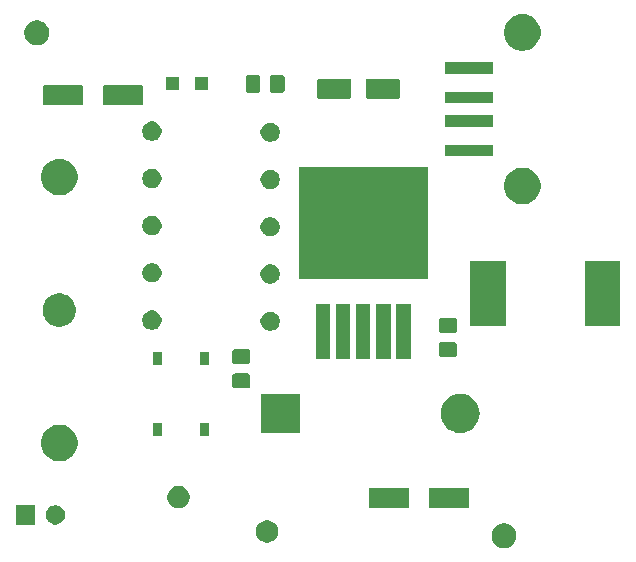
<source format=gbr>
G04 #@! TF.GenerationSoftware,KiCad,Pcbnew,(5.1.2-1)-1*
G04 #@! TF.CreationDate,2019-07-25T11:00:41+03:00*
G04 #@! TF.ProjectId,220_to_5v_charger,3232305f-746f-45f3-9576-5f6368617267,rev?*
G04 #@! TF.SameCoordinates,Original*
G04 #@! TF.FileFunction,Soldermask,Top*
G04 #@! TF.FilePolarity,Negative*
%FSLAX46Y46*%
G04 Gerber Fmt 4.6, Leading zero omitted, Abs format (unit mm)*
G04 Created by KiCad (PCBNEW (5.1.2-1)-1) date 2019-07-25 11:00:41*
%MOMM*%
%LPD*%
G04 APERTURE LIST*
%ADD10C,0.100000*%
G04 APERTURE END LIST*
D10*
G36*
X119556564Y-114239389D02*
G01*
X119734277Y-114313000D01*
X119747835Y-114318616D01*
X119919973Y-114433635D01*
X120066365Y-114580027D01*
X120181385Y-114752167D01*
X120260611Y-114943436D01*
X120301000Y-115146484D01*
X120301000Y-115353516D01*
X120260611Y-115556564D01*
X120226593Y-115638690D01*
X120181384Y-115747835D01*
X120066365Y-115919973D01*
X119919973Y-116066365D01*
X119747835Y-116181384D01*
X119747834Y-116181385D01*
X119747833Y-116181385D01*
X119556564Y-116260611D01*
X119353516Y-116301000D01*
X119146484Y-116301000D01*
X118943436Y-116260611D01*
X118752167Y-116181385D01*
X118752166Y-116181385D01*
X118752165Y-116181384D01*
X118580027Y-116066365D01*
X118433635Y-115919973D01*
X118318616Y-115747835D01*
X118273407Y-115638690D01*
X118239389Y-115556564D01*
X118199000Y-115353516D01*
X118199000Y-115146484D01*
X118239389Y-114943436D01*
X118318615Y-114752167D01*
X118433635Y-114580027D01*
X118580027Y-114433635D01*
X118752165Y-114318616D01*
X118765723Y-114313000D01*
X118943436Y-114239389D01*
X119146484Y-114199000D01*
X119353516Y-114199000D01*
X119556564Y-114239389D01*
X119556564Y-114239389D01*
G37*
G36*
X99477395Y-113985546D02*
G01*
X99650466Y-114057234D01*
X99650467Y-114057235D01*
X99806227Y-114161310D01*
X99938690Y-114293773D01*
X99938691Y-114293775D01*
X100042766Y-114449534D01*
X100114454Y-114622605D01*
X100151000Y-114806333D01*
X100151000Y-114993667D01*
X100114454Y-115177395D01*
X100042766Y-115350466D01*
X100042765Y-115350467D01*
X99938690Y-115506227D01*
X99806227Y-115638690D01*
X99727818Y-115691081D01*
X99650466Y-115742766D01*
X99477395Y-115814454D01*
X99293667Y-115851000D01*
X99106333Y-115851000D01*
X98922605Y-115814454D01*
X98749534Y-115742766D01*
X98672182Y-115691081D01*
X98593773Y-115638690D01*
X98461310Y-115506227D01*
X98357235Y-115350467D01*
X98357234Y-115350466D01*
X98285546Y-115177395D01*
X98249000Y-114993667D01*
X98249000Y-114806333D01*
X98285546Y-114622605D01*
X98357234Y-114449534D01*
X98461309Y-114293775D01*
X98461310Y-114293773D01*
X98593773Y-114161310D01*
X98749533Y-114057235D01*
X98749534Y-114057234D01*
X98922605Y-113985546D01*
X99106333Y-113949000D01*
X99293667Y-113949000D01*
X99477395Y-113985546D01*
X99477395Y-113985546D01*
G37*
G36*
X81507142Y-112718242D02*
G01*
X81655101Y-112779529D01*
X81788255Y-112868499D01*
X81901501Y-112981745D01*
X81990471Y-113114899D01*
X82051758Y-113262858D01*
X82083000Y-113419925D01*
X82083000Y-113580075D01*
X82051758Y-113737142D01*
X81990471Y-113885101D01*
X81901501Y-114018255D01*
X81788255Y-114131501D01*
X81655101Y-114220471D01*
X81507142Y-114281758D01*
X81350075Y-114313000D01*
X81189925Y-114313000D01*
X81032858Y-114281758D01*
X80884899Y-114220471D01*
X80751745Y-114131501D01*
X80638499Y-114018255D01*
X80549529Y-113885101D01*
X80488242Y-113737142D01*
X80457000Y-113580075D01*
X80457000Y-113419925D01*
X80488242Y-113262858D01*
X80549529Y-113114899D01*
X80638499Y-112981745D01*
X80751745Y-112868499D01*
X80884899Y-112779529D01*
X81032858Y-112718242D01*
X81189925Y-112687000D01*
X81350075Y-112687000D01*
X81507142Y-112718242D01*
X81507142Y-112718242D01*
G37*
G36*
X79543000Y-114313000D02*
G01*
X77917000Y-114313000D01*
X77917000Y-112687000D01*
X79543000Y-112687000D01*
X79543000Y-114313000D01*
X79543000Y-114313000D01*
G37*
G36*
X91977395Y-111085546D02*
G01*
X92150466Y-111157234D01*
X92150467Y-111157235D01*
X92306227Y-111261310D01*
X92438690Y-111393773D01*
X92438691Y-111393775D01*
X92542766Y-111549534D01*
X92614454Y-111722605D01*
X92651000Y-111906333D01*
X92651000Y-112093667D01*
X92614454Y-112277395D01*
X92542766Y-112450466D01*
X92542765Y-112450467D01*
X92438690Y-112606227D01*
X92306227Y-112738690D01*
X92280325Y-112755997D01*
X92150466Y-112842766D01*
X91977395Y-112914454D01*
X91793667Y-112951000D01*
X91606333Y-112951000D01*
X91422605Y-112914454D01*
X91249534Y-112842766D01*
X91119675Y-112755997D01*
X91093773Y-112738690D01*
X90961310Y-112606227D01*
X90857235Y-112450467D01*
X90857234Y-112450466D01*
X90785546Y-112277395D01*
X90749000Y-112093667D01*
X90749000Y-111906333D01*
X90785546Y-111722605D01*
X90857234Y-111549534D01*
X90961309Y-111393775D01*
X90961310Y-111393773D01*
X91093773Y-111261310D01*
X91249533Y-111157235D01*
X91249534Y-111157234D01*
X91422605Y-111085546D01*
X91606333Y-111049000D01*
X91793667Y-111049000D01*
X91977395Y-111085546D01*
X91977395Y-111085546D01*
G37*
G36*
X116168497Y-111203051D02*
G01*
X116202152Y-111213261D01*
X116233165Y-111229838D01*
X116260351Y-111252149D01*
X116282662Y-111279335D01*
X116299239Y-111310348D01*
X116309449Y-111344003D01*
X116313500Y-111385138D01*
X116313500Y-112714862D01*
X116309449Y-112755997D01*
X116299239Y-112789652D01*
X116282662Y-112820665D01*
X116260351Y-112847851D01*
X116233165Y-112870162D01*
X116202152Y-112886739D01*
X116168497Y-112896949D01*
X116127362Y-112901000D01*
X113072638Y-112901000D01*
X113031503Y-112896949D01*
X112997848Y-112886739D01*
X112966835Y-112870162D01*
X112939649Y-112847851D01*
X112917338Y-112820665D01*
X112900761Y-112789652D01*
X112890551Y-112755997D01*
X112886500Y-112714862D01*
X112886500Y-111385138D01*
X112890551Y-111344003D01*
X112900761Y-111310348D01*
X112917338Y-111279335D01*
X112939649Y-111252149D01*
X112966835Y-111229838D01*
X112997848Y-111213261D01*
X113031503Y-111203051D01*
X113072638Y-111199000D01*
X116127362Y-111199000D01*
X116168497Y-111203051D01*
X116168497Y-111203051D01*
G37*
G36*
X111093497Y-111203051D02*
G01*
X111127152Y-111213261D01*
X111158165Y-111229838D01*
X111185351Y-111252149D01*
X111207662Y-111279335D01*
X111224239Y-111310348D01*
X111234449Y-111344003D01*
X111238500Y-111385138D01*
X111238500Y-112714862D01*
X111234449Y-112755997D01*
X111224239Y-112789652D01*
X111207662Y-112820665D01*
X111185351Y-112847851D01*
X111158165Y-112870162D01*
X111127152Y-112886739D01*
X111093497Y-112896949D01*
X111052362Y-112901000D01*
X107997638Y-112901000D01*
X107956503Y-112896949D01*
X107922848Y-112886739D01*
X107891835Y-112870162D01*
X107864649Y-112847851D01*
X107842338Y-112820665D01*
X107825761Y-112789652D01*
X107815551Y-112755997D01*
X107811500Y-112714862D01*
X107811500Y-111385138D01*
X107815551Y-111344003D01*
X107825761Y-111310348D01*
X107842338Y-111279335D01*
X107864649Y-111252149D01*
X107891835Y-111229838D01*
X107922848Y-111213261D01*
X107956503Y-111203051D01*
X107997638Y-111199000D01*
X111052362Y-111199000D01*
X111093497Y-111203051D01*
X111093497Y-111203051D01*
G37*
G36*
X81902585Y-105878802D02*
G01*
X82052410Y-105908604D01*
X82334674Y-106025521D01*
X82588705Y-106195259D01*
X82804741Y-106411295D01*
X82974479Y-106665326D01*
X83091396Y-106947590D01*
X83151000Y-107247240D01*
X83151000Y-107552760D01*
X83091396Y-107852410D01*
X82974479Y-108134674D01*
X82804741Y-108388705D01*
X82588705Y-108604741D01*
X82334674Y-108774479D01*
X82052410Y-108891396D01*
X81902585Y-108921198D01*
X81752761Y-108951000D01*
X81447239Y-108951000D01*
X81297415Y-108921198D01*
X81147590Y-108891396D01*
X80865326Y-108774479D01*
X80611295Y-108604741D01*
X80395259Y-108388705D01*
X80225521Y-108134674D01*
X80108604Y-107852410D01*
X80049000Y-107552760D01*
X80049000Y-107247240D01*
X80108604Y-106947590D01*
X80225521Y-106665326D01*
X80395259Y-106411295D01*
X80611295Y-106195259D01*
X80865326Y-106025521D01*
X81147590Y-105908604D01*
X81297415Y-105878802D01*
X81447239Y-105849000D01*
X81752761Y-105849000D01*
X81902585Y-105878802D01*
X81902585Y-105878802D01*
G37*
G36*
X94301000Y-106776000D02*
G01*
X93499000Y-106776000D01*
X93499000Y-105674000D01*
X94301000Y-105674000D01*
X94301000Y-106776000D01*
X94301000Y-106776000D01*
G37*
G36*
X90301000Y-106776000D02*
G01*
X89499000Y-106776000D01*
X89499000Y-105674000D01*
X90301000Y-105674000D01*
X90301000Y-106776000D01*
X90301000Y-106776000D01*
G37*
G36*
X101951000Y-106551000D02*
G01*
X98649000Y-106551000D01*
X98649000Y-103249000D01*
X101951000Y-103249000D01*
X101951000Y-106551000D01*
X101951000Y-106551000D01*
G37*
G36*
X115863651Y-103272888D02*
G01*
X116174870Y-103367296D01*
X116461680Y-103520599D01*
X116461683Y-103520601D01*
X116461684Y-103520602D01*
X116713082Y-103726918D01*
X116919398Y-103978316D01*
X116919401Y-103978320D01*
X117072704Y-104265130D01*
X117167112Y-104576349D01*
X117198988Y-104900000D01*
X117167112Y-105223651D01*
X117072704Y-105534870D01*
X116919401Y-105821680D01*
X116919399Y-105821683D01*
X116919398Y-105821684D01*
X116713082Y-106073082D01*
X116461684Y-106279398D01*
X116461680Y-106279401D01*
X116174870Y-106432704D01*
X115863651Y-106527112D01*
X115621107Y-106551000D01*
X115458893Y-106551000D01*
X115216349Y-106527112D01*
X114905130Y-106432704D01*
X114618320Y-106279401D01*
X114618316Y-106279398D01*
X114366918Y-106073082D01*
X114160602Y-105821684D01*
X114160601Y-105821683D01*
X114160599Y-105821680D01*
X114007296Y-105534870D01*
X113912888Y-105223651D01*
X113881012Y-104900000D01*
X113912888Y-104576349D01*
X114007296Y-104265130D01*
X114160599Y-103978320D01*
X114160602Y-103978316D01*
X114366918Y-103726918D01*
X114618316Y-103520602D01*
X114618317Y-103520601D01*
X114618320Y-103520599D01*
X114905130Y-103367296D01*
X115216349Y-103272888D01*
X115458893Y-103249000D01*
X115621107Y-103249000D01*
X115863651Y-103272888D01*
X115863651Y-103272888D01*
G37*
G36*
X97588674Y-101528465D02*
G01*
X97626367Y-101539899D01*
X97661103Y-101558466D01*
X97691548Y-101583452D01*
X97716534Y-101613897D01*
X97735101Y-101648633D01*
X97746535Y-101686326D01*
X97751000Y-101731661D01*
X97751000Y-102568339D01*
X97746535Y-102613674D01*
X97735101Y-102651367D01*
X97716534Y-102686103D01*
X97691548Y-102716548D01*
X97661103Y-102741534D01*
X97626367Y-102760101D01*
X97588674Y-102771535D01*
X97543339Y-102776000D01*
X96456661Y-102776000D01*
X96411326Y-102771535D01*
X96373633Y-102760101D01*
X96338897Y-102741534D01*
X96308452Y-102716548D01*
X96283466Y-102686103D01*
X96264899Y-102651367D01*
X96253465Y-102613674D01*
X96249000Y-102568339D01*
X96249000Y-101731661D01*
X96253465Y-101686326D01*
X96264899Y-101648633D01*
X96283466Y-101613897D01*
X96308452Y-101583452D01*
X96338897Y-101558466D01*
X96373633Y-101539899D01*
X96411326Y-101528465D01*
X96456661Y-101524000D01*
X97543339Y-101524000D01*
X97588674Y-101528465D01*
X97588674Y-101528465D01*
G37*
G36*
X94301000Y-100826000D02*
G01*
X93499000Y-100826000D01*
X93499000Y-99724000D01*
X94301000Y-99724000D01*
X94301000Y-100826000D01*
X94301000Y-100826000D01*
G37*
G36*
X90301000Y-100826000D02*
G01*
X89499000Y-100826000D01*
X89499000Y-99724000D01*
X90301000Y-99724000D01*
X90301000Y-100826000D01*
X90301000Y-100826000D01*
G37*
G36*
X97588674Y-99478465D02*
G01*
X97626367Y-99489899D01*
X97661103Y-99508466D01*
X97691548Y-99533452D01*
X97716534Y-99563897D01*
X97735101Y-99598633D01*
X97746535Y-99636326D01*
X97751000Y-99681661D01*
X97751000Y-100518339D01*
X97746535Y-100563674D01*
X97735101Y-100601367D01*
X97716534Y-100636103D01*
X97691548Y-100666548D01*
X97661103Y-100691534D01*
X97626367Y-100710101D01*
X97588674Y-100721535D01*
X97543339Y-100726000D01*
X96456661Y-100726000D01*
X96411326Y-100721535D01*
X96373633Y-100710101D01*
X96338897Y-100691534D01*
X96308452Y-100666548D01*
X96283466Y-100636103D01*
X96264899Y-100601367D01*
X96253465Y-100563674D01*
X96249000Y-100518339D01*
X96249000Y-99681661D01*
X96253465Y-99636326D01*
X96264899Y-99598633D01*
X96283466Y-99563897D01*
X96308452Y-99533452D01*
X96338897Y-99508466D01*
X96373633Y-99489899D01*
X96411326Y-99478465D01*
X96456661Y-99474000D01*
X97543339Y-99474000D01*
X97588674Y-99478465D01*
X97588674Y-99478465D01*
G37*
G36*
X111351000Y-100301000D02*
G01*
X110149000Y-100301000D01*
X110149000Y-95599000D01*
X111351000Y-95599000D01*
X111351000Y-100301000D01*
X111351000Y-100301000D01*
G37*
G36*
X109651000Y-100301000D02*
G01*
X108449000Y-100301000D01*
X108449000Y-95599000D01*
X109651000Y-95599000D01*
X109651000Y-100301000D01*
X109651000Y-100301000D01*
G37*
G36*
X107951000Y-100301000D02*
G01*
X106749000Y-100301000D01*
X106749000Y-95599000D01*
X107951000Y-95599000D01*
X107951000Y-100301000D01*
X107951000Y-100301000D01*
G37*
G36*
X106251000Y-100301000D02*
G01*
X105049000Y-100301000D01*
X105049000Y-95599000D01*
X106251000Y-95599000D01*
X106251000Y-100301000D01*
X106251000Y-100301000D01*
G37*
G36*
X104551000Y-100301000D02*
G01*
X103349000Y-100301000D01*
X103349000Y-95599000D01*
X104551000Y-95599000D01*
X104551000Y-100301000D01*
X104551000Y-100301000D01*
G37*
G36*
X115088674Y-98878465D02*
G01*
X115126367Y-98889899D01*
X115161103Y-98908466D01*
X115191548Y-98933452D01*
X115216534Y-98963897D01*
X115235101Y-98998633D01*
X115246535Y-99036326D01*
X115251000Y-99081661D01*
X115251000Y-99918339D01*
X115246535Y-99963674D01*
X115235101Y-100001367D01*
X115216534Y-100036103D01*
X115191548Y-100066548D01*
X115161103Y-100091534D01*
X115126367Y-100110101D01*
X115088674Y-100121535D01*
X115043339Y-100126000D01*
X113956661Y-100126000D01*
X113911326Y-100121535D01*
X113873633Y-100110101D01*
X113838897Y-100091534D01*
X113808452Y-100066548D01*
X113783466Y-100036103D01*
X113764899Y-100001367D01*
X113753465Y-99963674D01*
X113749000Y-99918339D01*
X113749000Y-99081661D01*
X113753465Y-99036326D01*
X113764899Y-98998633D01*
X113783466Y-98963897D01*
X113808452Y-98933452D01*
X113838897Y-98908466D01*
X113873633Y-98889899D01*
X113911326Y-98878465D01*
X113956661Y-98874000D01*
X115043339Y-98874000D01*
X115088674Y-98878465D01*
X115088674Y-98878465D01*
G37*
G36*
X115088674Y-96828465D02*
G01*
X115126367Y-96839899D01*
X115161103Y-96858466D01*
X115191548Y-96883452D01*
X115216534Y-96913897D01*
X115235101Y-96948633D01*
X115246535Y-96986326D01*
X115251000Y-97031661D01*
X115251000Y-97868339D01*
X115246535Y-97913674D01*
X115235101Y-97951367D01*
X115216534Y-97986103D01*
X115191548Y-98016548D01*
X115161103Y-98041534D01*
X115126367Y-98060101D01*
X115088674Y-98071535D01*
X115043339Y-98076000D01*
X113956661Y-98076000D01*
X113911326Y-98071535D01*
X113873633Y-98060101D01*
X113838897Y-98041534D01*
X113808452Y-98016548D01*
X113783466Y-97986103D01*
X113764899Y-97951367D01*
X113753465Y-97913674D01*
X113749000Y-97868339D01*
X113749000Y-97031661D01*
X113753465Y-96986326D01*
X113764899Y-96948633D01*
X113783466Y-96913897D01*
X113808452Y-96883452D01*
X113838897Y-96858466D01*
X113873633Y-96839899D01*
X113911326Y-96828465D01*
X113956661Y-96824000D01*
X115043339Y-96824000D01*
X115088674Y-96828465D01*
X115088674Y-96828465D01*
G37*
G36*
X99687142Y-96318242D02*
G01*
X99835101Y-96379529D01*
X99968255Y-96468499D01*
X100081501Y-96581745D01*
X100170471Y-96714899D01*
X100231758Y-96862858D01*
X100263000Y-97019925D01*
X100263000Y-97180075D01*
X100231758Y-97337142D01*
X100170471Y-97485101D01*
X100081501Y-97618255D01*
X99968255Y-97731501D01*
X99835101Y-97820471D01*
X99687142Y-97881758D01*
X99530075Y-97913000D01*
X99369925Y-97913000D01*
X99212858Y-97881758D01*
X99064899Y-97820471D01*
X98931745Y-97731501D01*
X98818499Y-97618255D01*
X98729529Y-97485101D01*
X98668242Y-97337142D01*
X98637000Y-97180075D01*
X98637000Y-97019925D01*
X98668242Y-96862858D01*
X98729529Y-96714899D01*
X98818499Y-96581745D01*
X98931745Y-96468499D01*
X99064899Y-96379529D01*
X99212858Y-96318242D01*
X99369925Y-96287000D01*
X99530075Y-96287000D01*
X99687142Y-96318242D01*
X99687142Y-96318242D01*
G37*
G36*
X89687142Y-96218242D02*
G01*
X89835101Y-96279529D01*
X89968255Y-96368499D01*
X90081501Y-96481745D01*
X90170471Y-96614899D01*
X90231758Y-96762858D01*
X90263000Y-96919925D01*
X90263000Y-97080075D01*
X90231758Y-97237142D01*
X90170471Y-97385101D01*
X90081501Y-97518255D01*
X89968255Y-97631501D01*
X89835101Y-97720471D01*
X89687142Y-97781758D01*
X89530075Y-97813000D01*
X89369925Y-97813000D01*
X89212858Y-97781758D01*
X89064899Y-97720471D01*
X88931745Y-97631501D01*
X88818499Y-97518255D01*
X88729529Y-97385101D01*
X88668242Y-97237142D01*
X88637000Y-97080075D01*
X88637000Y-96919925D01*
X88668242Y-96762858D01*
X88729529Y-96614899D01*
X88818499Y-96481745D01*
X88931745Y-96368499D01*
X89064899Y-96279529D01*
X89212858Y-96218242D01*
X89369925Y-96187000D01*
X89530075Y-96187000D01*
X89687142Y-96218242D01*
X89687142Y-96218242D01*
G37*
G36*
X81918433Y-94784893D02*
G01*
X82008657Y-94802839D01*
X82114267Y-94846585D01*
X82263621Y-94908449D01*
X82263622Y-94908450D01*
X82493086Y-95061772D01*
X82688228Y-95256914D01*
X82790675Y-95410237D01*
X82841551Y-95486379D01*
X82888200Y-95599000D01*
X82947161Y-95741343D01*
X83001000Y-96012014D01*
X83001000Y-96287986D01*
X82947161Y-96558657D01*
X82923864Y-96614900D01*
X82841551Y-96813621D01*
X82808652Y-96862858D01*
X82688228Y-97043086D01*
X82493086Y-97238228D01*
X82345050Y-97337142D01*
X82263621Y-97391551D01*
X82114267Y-97453415D01*
X82008657Y-97497161D01*
X81918433Y-97515107D01*
X81737988Y-97551000D01*
X81462012Y-97551000D01*
X81281567Y-97515107D01*
X81191343Y-97497161D01*
X81085733Y-97453415D01*
X80936379Y-97391551D01*
X80854950Y-97337142D01*
X80706914Y-97238228D01*
X80511772Y-97043086D01*
X80391348Y-96862858D01*
X80358449Y-96813621D01*
X80276136Y-96614900D01*
X80252839Y-96558657D01*
X80199000Y-96287986D01*
X80199000Y-96012014D01*
X80252839Y-95741343D01*
X80311800Y-95599000D01*
X80358449Y-95486379D01*
X80409325Y-95410237D01*
X80511772Y-95256914D01*
X80706914Y-95061772D01*
X80936378Y-94908450D01*
X80936379Y-94908449D01*
X81085733Y-94846585D01*
X81191343Y-94802839D01*
X81281567Y-94784893D01*
X81462012Y-94749000D01*
X81737988Y-94749000D01*
X81918433Y-94784893D01*
X81918433Y-94784893D01*
G37*
G36*
X129101000Y-97501000D02*
G01*
X126099000Y-97501000D01*
X126099000Y-91999000D01*
X129101000Y-91999000D01*
X129101000Y-97501000D01*
X129101000Y-97501000D01*
G37*
G36*
X119401000Y-97501000D02*
G01*
X116399000Y-97501000D01*
X116399000Y-91999000D01*
X119401000Y-91999000D01*
X119401000Y-97501000D01*
X119401000Y-97501000D01*
G37*
G36*
X99687142Y-92318242D02*
G01*
X99835101Y-92379529D01*
X99968255Y-92468499D01*
X100081501Y-92581745D01*
X100170471Y-92714899D01*
X100231758Y-92862858D01*
X100263000Y-93019925D01*
X100263000Y-93180075D01*
X100231758Y-93337142D01*
X100170471Y-93485101D01*
X100081501Y-93618255D01*
X99968255Y-93731501D01*
X99835101Y-93820471D01*
X99687142Y-93881758D01*
X99530075Y-93913000D01*
X99369925Y-93913000D01*
X99212858Y-93881758D01*
X99064899Y-93820471D01*
X98931745Y-93731501D01*
X98818499Y-93618255D01*
X98729529Y-93485101D01*
X98668242Y-93337142D01*
X98637000Y-93180075D01*
X98637000Y-93019925D01*
X98668242Y-92862858D01*
X98729529Y-92714899D01*
X98818499Y-92581745D01*
X98931745Y-92468499D01*
X99064899Y-92379529D01*
X99212858Y-92318242D01*
X99369925Y-92287000D01*
X99530075Y-92287000D01*
X99687142Y-92318242D01*
X99687142Y-92318242D01*
G37*
G36*
X89687142Y-92218242D02*
G01*
X89835101Y-92279529D01*
X89968255Y-92368499D01*
X90081501Y-92481745D01*
X90170471Y-92614899D01*
X90231758Y-92762858D01*
X90263000Y-92919925D01*
X90263000Y-93080075D01*
X90231758Y-93237142D01*
X90170471Y-93385101D01*
X90081501Y-93518255D01*
X89968255Y-93631501D01*
X89835101Y-93720471D01*
X89687142Y-93781758D01*
X89530075Y-93813000D01*
X89369925Y-93813000D01*
X89212858Y-93781758D01*
X89064899Y-93720471D01*
X88931745Y-93631501D01*
X88818499Y-93518255D01*
X88729529Y-93385101D01*
X88668242Y-93237142D01*
X88637000Y-93080075D01*
X88637000Y-92919925D01*
X88668242Y-92762858D01*
X88729529Y-92614899D01*
X88818499Y-92481745D01*
X88931745Y-92368499D01*
X89064899Y-92279529D01*
X89212858Y-92218242D01*
X89369925Y-92187000D01*
X89530075Y-92187000D01*
X89687142Y-92218242D01*
X89687142Y-92218242D01*
G37*
G36*
X112801000Y-93551000D02*
G01*
X101899000Y-93551000D01*
X101899000Y-84049000D01*
X112801000Y-84049000D01*
X112801000Y-93551000D01*
X112801000Y-93551000D01*
G37*
G36*
X99687142Y-88318242D02*
G01*
X99835101Y-88379529D01*
X99968255Y-88468499D01*
X100081501Y-88581745D01*
X100170471Y-88714899D01*
X100231758Y-88862858D01*
X100263000Y-89019925D01*
X100263000Y-89180075D01*
X100231758Y-89337142D01*
X100170471Y-89485101D01*
X100081501Y-89618255D01*
X99968255Y-89731501D01*
X99835101Y-89820471D01*
X99687142Y-89881758D01*
X99530075Y-89913000D01*
X99369925Y-89913000D01*
X99212858Y-89881758D01*
X99064899Y-89820471D01*
X98931745Y-89731501D01*
X98818499Y-89618255D01*
X98729529Y-89485101D01*
X98668242Y-89337142D01*
X98637000Y-89180075D01*
X98637000Y-89019925D01*
X98668242Y-88862858D01*
X98729529Y-88714899D01*
X98818499Y-88581745D01*
X98931745Y-88468499D01*
X99064899Y-88379529D01*
X99212858Y-88318242D01*
X99369925Y-88287000D01*
X99530075Y-88287000D01*
X99687142Y-88318242D01*
X99687142Y-88318242D01*
G37*
G36*
X89687142Y-88218242D02*
G01*
X89835101Y-88279529D01*
X89968255Y-88368499D01*
X90081501Y-88481745D01*
X90170471Y-88614899D01*
X90231758Y-88762858D01*
X90263000Y-88919925D01*
X90263000Y-89080075D01*
X90231758Y-89237142D01*
X90170471Y-89385101D01*
X90081501Y-89518255D01*
X89968255Y-89631501D01*
X89835101Y-89720471D01*
X89687142Y-89781758D01*
X89530075Y-89813000D01*
X89369925Y-89813000D01*
X89212858Y-89781758D01*
X89064899Y-89720471D01*
X88931745Y-89631501D01*
X88818499Y-89518255D01*
X88729529Y-89385101D01*
X88668242Y-89237142D01*
X88637000Y-89080075D01*
X88637000Y-88919925D01*
X88668242Y-88762858D01*
X88729529Y-88614899D01*
X88818499Y-88481745D01*
X88931745Y-88368499D01*
X89064899Y-88279529D01*
X89212858Y-88218242D01*
X89369925Y-88187000D01*
X89530075Y-88187000D01*
X89687142Y-88218242D01*
X89687142Y-88218242D01*
G37*
G36*
X121102585Y-84128802D02*
G01*
X121252410Y-84158604D01*
X121534674Y-84275521D01*
X121788705Y-84445259D01*
X122004741Y-84661295D01*
X122174479Y-84915326D01*
X122291396Y-85197590D01*
X122319155Y-85337142D01*
X122348586Y-85485101D01*
X122351000Y-85497240D01*
X122351000Y-85802760D01*
X122291396Y-86102410D01*
X122174479Y-86384674D01*
X122004741Y-86638705D01*
X121788705Y-86854741D01*
X121534674Y-87024479D01*
X121252410Y-87141396D01*
X121102585Y-87171198D01*
X120952761Y-87201000D01*
X120647239Y-87201000D01*
X120497415Y-87171198D01*
X120347590Y-87141396D01*
X120065326Y-87024479D01*
X119811295Y-86854741D01*
X119595259Y-86638705D01*
X119425521Y-86384674D01*
X119308604Y-86102410D01*
X119249000Y-85802760D01*
X119249000Y-85497240D01*
X119251415Y-85485101D01*
X119280845Y-85337142D01*
X119308604Y-85197590D01*
X119425521Y-84915326D01*
X119595259Y-84661295D01*
X119811295Y-84445259D01*
X120065326Y-84275521D01*
X120347590Y-84158604D01*
X120497415Y-84128802D01*
X120647239Y-84099000D01*
X120952761Y-84099000D01*
X121102585Y-84128802D01*
X121102585Y-84128802D01*
G37*
G36*
X81902585Y-83378802D02*
G01*
X82052410Y-83408604D01*
X82334674Y-83525521D01*
X82588705Y-83695259D01*
X82804741Y-83911295D01*
X82974479Y-84165326D01*
X83091396Y-84447590D01*
X83151000Y-84747240D01*
X83151000Y-85052760D01*
X83091396Y-85352410D01*
X82974479Y-85634674D01*
X82804741Y-85888705D01*
X82588705Y-86104741D01*
X82334674Y-86274479D01*
X82052410Y-86391396D01*
X81902585Y-86421198D01*
X81752761Y-86451000D01*
X81447239Y-86451000D01*
X81297415Y-86421198D01*
X81147590Y-86391396D01*
X80865326Y-86274479D01*
X80611295Y-86104741D01*
X80395259Y-85888705D01*
X80225521Y-85634674D01*
X80108604Y-85352410D01*
X80049000Y-85052760D01*
X80049000Y-84747240D01*
X80108604Y-84447590D01*
X80225521Y-84165326D01*
X80395259Y-83911295D01*
X80611295Y-83695259D01*
X80865326Y-83525521D01*
X81147590Y-83408604D01*
X81297415Y-83378802D01*
X81447239Y-83349000D01*
X81752761Y-83349000D01*
X81902585Y-83378802D01*
X81902585Y-83378802D01*
G37*
G36*
X99687142Y-84318242D02*
G01*
X99835101Y-84379529D01*
X99968255Y-84468499D01*
X100081501Y-84581745D01*
X100170471Y-84714899D01*
X100231758Y-84862858D01*
X100263000Y-85019925D01*
X100263000Y-85180075D01*
X100231758Y-85337142D01*
X100170471Y-85485101D01*
X100081501Y-85618255D01*
X99968255Y-85731501D01*
X99835101Y-85820471D01*
X99687142Y-85881758D01*
X99530075Y-85913000D01*
X99369925Y-85913000D01*
X99212858Y-85881758D01*
X99064899Y-85820471D01*
X98931745Y-85731501D01*
X98818499Y-85618255D01*
X98729529Y-85485101D01*
X98668242Y-85337142D01*
X98637000Y-85180075D01*
X98637000Y-85019925D01*
X98668242Y-84862858D01*
X98729529Y-84714899D01*
X98818499Y-84581745D01*
X98931745Y-84468499D01*
X99064899Y-84379529D01*
X99212858Y-84318242D01*
X99369925Y-84287000D01*
X99530075Y-84287000D01*
X99687142Y-84318242D01*
X99687142Y-84318242D01*
G37*
G36*
X89687142Y-84218242D02*
G01*
X89835101Y-84279529D01*
X89968255Y-84368499D01*
X90081501Y-84481745D01*
X90170471Y-84614899D01*
X90231758Y-84762858D01*
X90263000Y-84919925D01*
X90263000Y-85080075D01*
X90231758Y-85237142D01*
X90170471Y-85385101D01*
X90081501Y-85518255D01*
X89968255Y-85631501D01*
X89835101Y-85720471D01*
X89687142Y-85781758D01*
X89530075Y-85813000D01*
X89369925Y-85813000D01*
X89212858Y-85781758D01*
X89064899Y-85720471D01*
X88931745Y-85631501D01*
X88818499Y-85518255D01*
X88729529Y-85385101D01*
X88668242Y-85237142D01*
X88637000Y-85080075D01*
X88637000Y-84919925D01*
X88668242Y-84762858D01*
X88729529Y-84614899D01*
X88818499Y-84481745D01*
X88931745Y-84368499D01*
X89064899Y-84279529D01*
X89212858Y-84218242D01*
X89369925Y-84187000D01*
X89530075Y-84187000D01*
X89687142Y-84218242D01*
X89687142Y-84218242D01*
G37*
G36*
X118351000Y-83151000D02*
G01*
X114249000Y-83151000D01*
X114249000Y-82149000D01*
X118351000Y-82149000D01*
X118351000Y-83151000D01*
X118351000Y-83151000D01*
G37*
G36*
X99687142Y-80318242D02*
G01*
X99835101Y-80379529D01*
X99968255Y-80468499D01*
X100081501Y-80581745D01*
X100170471Y-80714899D01*
X100231758Y-80862858D01*
X100263000Y-81019925D01*
X100263000Y-81180075D01*
X100231758Y-81337142D01*
X100170471Y-81485101D01*
X100081501Y-81618255D01*
X99968255Y-81731501D01*
X99835101Y-81820471D01*
X99687142Y-81881758D01*
X99530075Y-81913000D01*
X99369925Y-81913000D01*
X99212858Y-81881758D01*
X99064899Y-81820471D01*
X98931745Y-81731501D01*
X98818499Y-81618255D01*
X98729529Y-81485101D01*
X98668242Y-81337142D01*
X98637000Y-81180075D01*
X98637000Y-81019925D01*
X98668242Y-80862858D01*
X98729529Y-80714899D01*
X98818499Y-80581745D01*
X98931745Y-80468499D01*
X99064899Y-80379529D01*
X99212858Y-80318242D01*
X99369925Y-80287000D01*
X99530075Y-80287000D01*
X99687142Y-80318242D01*
X99687142Y-80318242D01*
G37*
G36*
X89687142Y-80218242D02*
G01*
X89835101Y-80279529D01*
X89968255Y-80368499D01*
X90081501Y-80481745D01*
X90170471Y-80614899D01*
X90231758Y-80762858D01*
X90263000Y-80919925D01*
X90263000Y-81080075D01*
X90231758Y-81237142D01*
X90170471Y-81385101D01*
X90081501Y-81518255D01*
X89968255Y-81631501D01*
X89835101Y-81720471D01*
X89687142Y-81781758D01*
X89530075Y-81813000D01*
X89369925Y-81813000D01*
X89212858Y-81781758D01*
X89064899Y-81720471D01*
X88931745Y-81631501D01*
X88818499Y-81518255D01*
X88729529Y-81385101D01*
X88668242Y-81237142D01*
X88637000Y-81080075D01*
X88637000Y-80919925D01*
X88668242Y-80762858D01*
X88729529Y-80614899D01*
X88818499Y-80481745D01*
X88931745Y-80368499D01*
X89064899Y-80279529D01*
X89212858Y-80218242D01*
X89369925Y-80187000D01*
X89530075Y-80187000D01*
X89687142Y-80218242D01*
X89687142Y-80218242D01*
G37*
G36*
X118351000Y-80651000D02*
G01*
X114249000Y-80651000D01*
X114249000Y-79649000D01*
X118351000Y-79649000D01*
X118351000Y-80651000D01*
X118351000Y-80651000D01*
G37*
G36*
X88568497Y-77103051D02*
G01*
X88602152Y-77113261D01*
X88633165Y-77129838D01*
X88660351Y-77152149D01*
X88682662Y-77179335D01*
X88699239Y-77210348D01*
X88709449Y-77244003D01*
X88713500Y-77285138D01*
X88713500Y-78614862D01*
X88709449Y-78655997D01*
X88699239Y-78689652D01*
X88682662Y-78720665D01*
X88660351Y-78747851D01*
X88633165Y-78770162D01*
X88602152Y-78786739D01*
X88568497Y-78796949D01*
X88527362Y-78801000D01*
X85472638Y-78801000D01*
X85431503Y-78796949D01*
X85397848Y-78786739D01*
X85366835Y-78770162D01*
X85339649Y-78747851D01*
X85317338Y-78720665D01*
X85300761Y-78689652D01*
X85290551Y-78655997D01*
X85286500Y-78614862D01*
X85286500Y-77285138D01*
X85290551Y-77244003D01*
X85300761Y-77210348D01*
X85317338Y-77179335D01*
X85339649Y-77152149D01*
X85366835Y-77129838D01*
X85397848Y-77113261D01*
X85431503Y-77103051D01*
X85472638Y-77099000D01*
X88527362Y-77099000D01*
X88568497Y-77103051D01*
X88568497Y-77103051D01*
G37*
G36*
X83493497Y-77103051D02*
G01*
X83527152Y-77113261D01*
X83558165Y-77129838D01*
X83585351Y-77152149D01*
X83607662Y-77179335D01*
X83624239Y-77210348D01*
X83634449Y-77244003D01*
X83638500Y-77285138D01*
X83638500Y-78614862D01*
X83634449Y-78655997D01*
X83624239Y-78689652D01*
X83607662Y-78720665D01*
X83585351Y-78747851D01*
X83558165Y-78770162D01*
X83527152Y-78786739D01*
X83493497Y-78796949D01*
X83452362Y-78801000D01*
X80397638Y-78801000D01*
X80356503Y-78796949D01*
X80322848Y-78786739D01*
X80291835Y-78770162D01*
X80264649Y-78747851D01*
X80242338Y-78720665D01*
X80225761Y-78689652D01*
X80215551Y-78655997D01*
X80211500Y-78614862D01*
X80211500Y-77285138D01*
X80215551Y-77244003D01*
X80225761Y-77210348D01*
X80242338Y-77179335D01*
X80264649Y-77152149D01*
X80291835Y-77129838D01*
X80322848Y-77113261D01*
X80356503Y-77103051D01*
X80397638Y-77099000D01*
X83452362Y-77099000D01*
X83493497Y-77103051D01*
X83493497Y-77103051D01*
G37*
G36*
X118351000Y-78651000D02*
G01*
X114249000Y-78651000D01*
X114249000Y-77649000D01*
X118351000Y-77649000D01*
X118351000Y-78651000D01*
X118351000Y-78651000D01*
G37*
G36*
X110293497Y-76553051D02*
G01*
X110327152Y-76563261D01*
X110358165Y-76579838D01*
X110385351Y-76602149D01*
X110407662Y-76629335D01*
X110424239Y-76660348D01*
X110434449Y-76694003D01*
X110438500Y-76735138D01*
X110438500Y-78064862D01*
X110434449Y-78105997D01*
X110424239Y-78139652D01*
X110407662Y-78170665D01*
X110385351Y-78197851D01*
X110358165Y-78220162D01*
X110327152Y-78236739D01*
X110293497Y-78246949D01*
X110252362Y-78251000D01*
X107747638Y-78251000D01*
X107706503Y-78246949D01*
X107672848Y-78236739D01*
X107641835Y-78220162D01*
X107614649Y-78197851D01*
X107592338Y-78170665D01*
X107575761Y-78139652D01*
X107565551Y-78105997D01*
X107561500Y-78064862D01*
X107561500Y-76735138D01*
X107565551Y-76694003D01*
X107575761Y-76660348D01*
X107592338Y-76629335D01*
X107614649Y-76602149D01*
X107641835Y-76579838D01*
X107672848Y-76563261D01*
X107706503Y-76553051D01*
X107747638Y-76549000D01*
X110252362Y-76549000D01*
X110293497Y-76553051D01*
X110293497Y-76553051D01*
G37*
G36*
X106168497Y-76553051D02*
G01*
X106202152Y-76563261D01*
X106233165Y-76579838D01*
X106260351Y-76602149D01*
X106282662Y-76629335D01*
X106299239Y-76660348D01*
X106309449Y-76694003D01*
X106313500Y-76735138D01*
X106313500Y-78064862D01*
X106309449Y-78105997D01*
X106299239Y-78139652D01*
X106282662Y-78170665D01*
X106260351Y-78197851D01*
X106233165Y-78220162D01*
X106202152Y-78236739D01*
X106168497Y-78246949D01*
X106127362Y-78251000D01*
X103622638Y-78251000D01*
X103581503Y-78246949D01*
X103547848Y-78236739D01*
X103516835Y-78220162D01*
X103489649Y-78197851D01*
X103467338Y-78170665D01*
X103450761Y-78139652D01*
X103440551Y-78105997D01*
X103436500Y-78064862D01*
X103436500Y-76735138D01*
X103440551Y-76694003D01*
X103450761Y-76660348D01*
X103467338Y-76629335D01*
X103489649Y-76602149D01*
X103516835Y-76579838D01*
X103547848Y-76563261D01*
X103581503Y-76553051D01*
X103622638Y-76549000D01*
X106127362Y-76549000D01*
X106168497Y-76553051D01*
X106168497Y-76553051D01*
G37*
G36*
X98463674Y-76253465D02*
G01*
X98501367Y-76264899D01*
X98536103Y-76283466D01*
X98566548Y-76308452D01*
X98591534Y-76338897D01*
X98610101Y-76373633D01*
X98621535Y-76411326D01*
X98626000Y-76456661D01*
X98626000Y-77543339D01*
X98621535Y-77588674D01*
X98610101Y-77626367D01*
X98591534Y-77661103D01*
X98566548Y-77691548D01*
X98536103Y-77716534D01*
X98501367Y-77735101D01*
X98463674Y-77746535D01*
X98418339Y-77751000D01*
X97581661Y-77751000D01*
X97536326Y-77746535D01*
X97498633Y-77735101D01*
X97463897Y-77716534D01*
X97433452Y-77691548D01*
X97408466Y-77661103D01*
X97389899Y-77626367D01*
X97378465Y-77588674D01*
X97374000Y-77543339D01*
X97374000Y-76456661D01*
X97378465Y-76411326D01*
X97389899Y-76373633D01*
X97408466Y-76338897D01*
X97433452Y-76308452D01*
X97463897Y-76283466D01*
X97498633Y-76264899D01*
X97536326Y-76253465D01*
X97581661Y-76249000D01*
X98418339Y-76249000D01*
X98463674Y-76253465D01*
X98463674Y-76253465D01*
G37*
G36*
X100513674Y-76253465D02*
G01*
X100551367Y-76264899D01*
X100586103Y-76283466D01*
X100616548Y-76308452D01*
X100641534Y-76338897D01*
X100660101Y-76373633D01*
X100671535Y-76411326D01*
X100676000Y-76456661D01*
X100676000Y-77543339D01*
X100671535Y-77588674D01*
X100660101Y-77626367D01*
X100641534Y-77661103D01*
X100616548Y-77691548D01*
X100586103Y-77716534D01*
X100551367Y-77735101D01*
X100513674Y-77746535D01*
X100468339Y-77751000D01*
X99631661Y-77751000D01*
X99586326Y-77746535D01*
X99548633Y-77735101D01*
X99513897Y-77716534D01*
X99483452Y-77691548D01*
X99458466Y-77661103D01*
X99439899Y-77626367D01*
X99428465Y-77588674D01*
X99424000Y-77543339D01*
X99424000Y-76456661D01*
X99428465Y-76411326D01*
X99439899Y-76373633D01*
X99458466Y-76338897D01*
X99483452Y-76308452D01*
X99513897Y-76283466D01*
X99548633Y-76264899D01*
X99586326Y-76253465D01*
X99631661Y-76249000D01*
X100468339Y-76249000D01*
X100513674Y-76253465D01*
X100513674Y-76253465D01*
G37*
G36*
X91701000Y-77551000D02*
G01*
X90599000Y-77551000D01*
X90599000Y-76449000D01*
X91701000Y-76449000D01*
X91701000Y-77551000D01*
X91701000Y-77551000D01*
G37*
G36*
X94201000Y-77551000D02*
G01*
X93099000Y-77551000D01*
X93099000Y-76449000D01*
X94201000Y-76449000D01*
X94201000Y-77551000D01*
X94201000Y-77551000D01*
G37*
G36*
X118351000Y-76151000D02*
G01*
X114249000Y-76151000D01*
X114249000Y-75149000D01*
X118351000Y-75149000D01*
X118351000Y-76151000D01*
X118351000Y-76151000D01*
G37*
G36*
X121102585Y-71128802D02*
G01*
X121252410Y-71158604D01*
X121534674Y-71275521D01*
X121788705Y-71445259D01*
X122004741Y-71661295D01*
X122174479Y-71915326D01*
X122291396Y-72197590D01*
X122351000Y-72497240D01*
X122351000Y-72802760D01*
X122291396Y-73102410D01*
X122174479Y-73384674D01*
X122004741Y-73638705D01*
X121788705Y-73854741D01*
X121534674Y-74024479D01*
X121252410Y-74141396D01*
X121102585Y-74171198D01*
X120952761Y-74201000D01*
X120647239Y-74201000D01*
X120497415Y-74171198D01*
X120347590Y-74141396D01*
X120065326Y-74024479D01*
X119811295Y-73854741D01*
X119595259Y-73638705D01*
X119425521Y-73384674D01*
X119308604Y-73102410D01*
X119249000Y-72802760D01*
X119249000Y-72497240D01*
X119308604Y-72197590D01*
X119425521Y-71915326D01*
X119595259Y-71661295D01*
X119811295Y-71445259D01*
X120065326Y-71275521D01*
X120347590Y-71158604D01*
X120497415Y-71128802D01*
X120647239Y-71099000D01*
X120952761Y-71099000D01*
X121102585Y-71128802D01*
X121102585Y-71128802D01*
G37*
G36*
X80006565Y-71664390D02*
G01*
X80197834Y-71743616D01*
X80197836Y-71743617D01*
X80369974Y-71858636D01*
X80516366Y-72005028D01*
X80631386Y-72177168D01*
X80710612Y-72368437D01*
X80751001Y-72571485D01*
X80751001Y-72778517D01*
X80710612Y-72981565D01*
X80660557Y-73102409D01*
X80631385Y-73172836D01*
X80516366Y-73344974D01*
X80369974Y-73491366D01*
X80197836Y-73606385D01*
X80197835Y-73606386D01*
X80197834Y-73606386D01*
X80006565Y-73685612D01*
X79803517Y-73726001D01*
X79596485Y-73726001D01*
X79393437Y-73685612D01*
X79202168Y-73606386D01*
X79202167Y-73606386D01*
X79202166Y-73606385D01*
X79030028Y-73491366D01*
X78883636Y-73344974D01*
X78768617Y-73172836D01*
X78739445Y-73102409D01*
X78689390Y-72981565D01*
X78649001Y-72778517D01*
X78649001Y-72571485D01*
X78689390Y-72368437D01*
X78768616Y-72177168D01*
X78883636Y-72005028D01*
X79030028Y-71858636D01*
X79202166Y-71743617D01*
X79202168Y-71743616D01*
X79393437Y-71664390D01*
X79596485Y-71624001D01*
X79803517Y-71624001D01*
X80006565Y-71664390D01*
X80006565Y-71664390D01*
G37*
M02*

</source>
